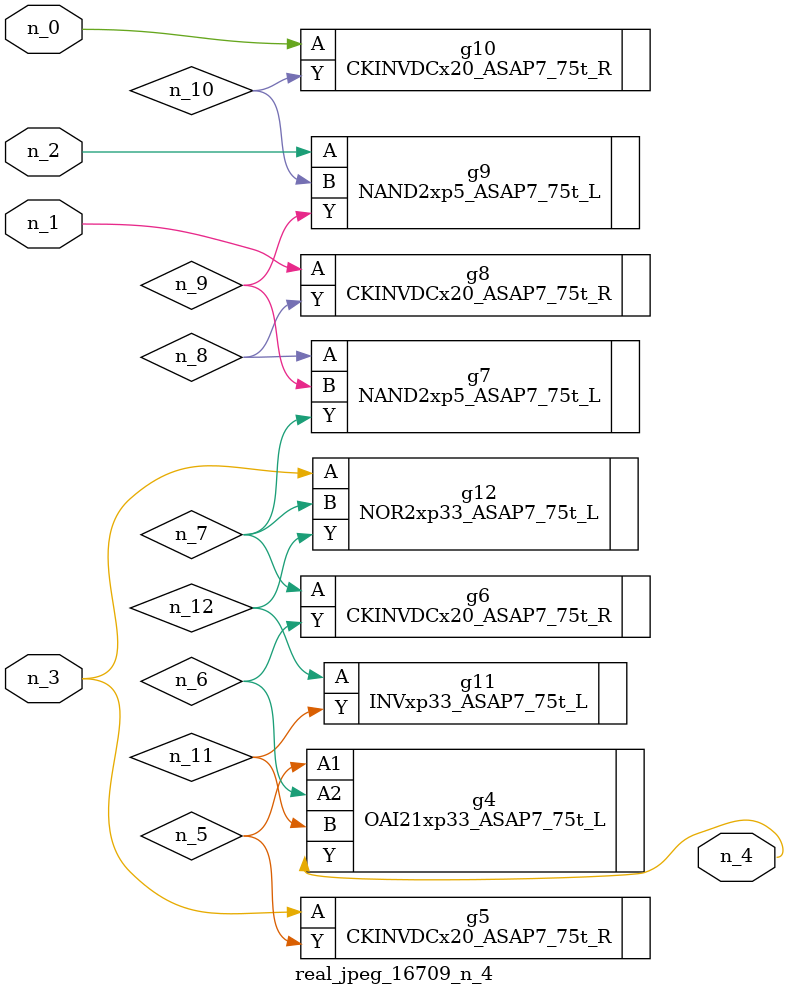
<source format=v>
module real_jpeg_16709_n_4 (n_3, n_1, n_0, n_2, n_4);

input n_3;
input n_1;
input n_0;
input n_2;

output n_4;

wire n_5;
wire n_8;
wire n_12;
wire n_11;
wire n_6;
wire n_7;
wire n_10;
wire n_9;

CKINVDCx20_ASAP7_75t_R g10 ( 
.A(n_0),
.Y(n_10)
);

CKINVDCx20_ASAP7_75t_R g8 ( 
.A(n_1),
.Y(n_8)
);

NAND2xp5_ASAP7_75t_L g9 ( 
.A(n_2),
.B(n_10),
.Y(n_9)
);

CKINVDCx20_ASAP7_75t_R g5 ( 
.A(n_3),
.Y(n_5)
);

NOR2xp33_ASAP7_75t_L g12 ( 
.A(n_3),
.B(n_7),
.Y(n_12)
);

OAI21xp33_ASAP7_75t_L g4 ( 
.A1(n_5),
.A2(n_6),
.B(n_11),
.Y(n_4)
);

CKINVDCx20_ASAP7_75t_R g6 ( 
.A(n_7),
.Y(n_6)
);

NAND2xp5_ASAP7_75t_L g7 ( 
.A(n_8),
.B(n_9),
.Y(n_7)
);

INVxp33_ASAP7_75t_L g11 ( 
.A(n_12),
.Y(n_11)
);


endmodule
</source>
